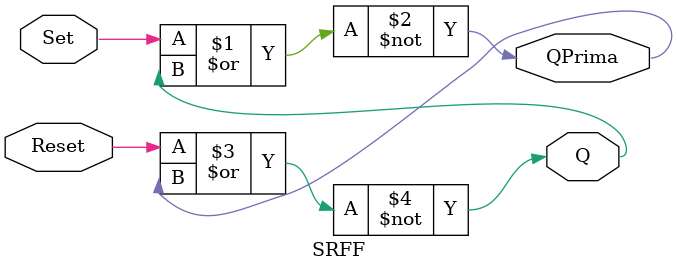
<source format=v>
`timescale 1ns/10ps

module SRFF(
  input Set,Reset,
  output Q, QPrima);

  nor (QPrima,Set,Q);
  nor (Q,Reset,QPrima);

endmodule

</source>
